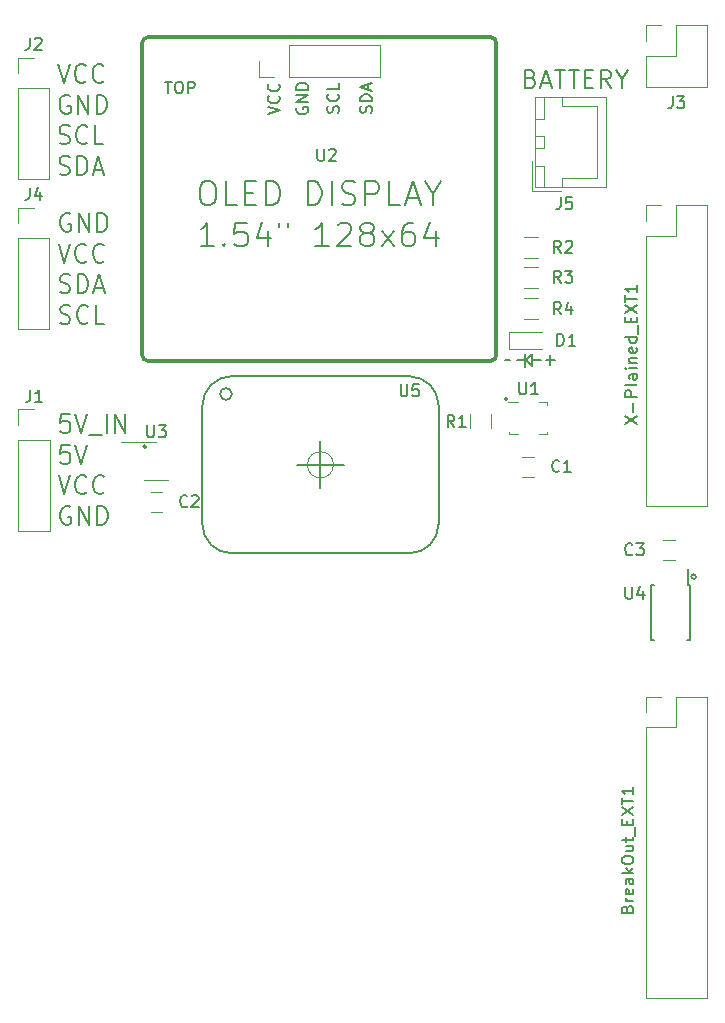
<source format=gbr>
G04 #@! TF.GenerationSoftware,KiCad,Pcbnew,(5.0.0)*
G04 #@! TF.CreationDate,2019-03-25T18:44:15-04:00*
G04 #@! TF.ProjectId,AVR_LCD 2.0,4156525F4C434420322E302E6B696361,rev?*
G04 #@! TF.SameCoordinates,Original*
G04 #@! TF.FileFunction,Legend,Top*
G04 #@! TF.FilePolarity,Positive*
%FSLAX46Y46*%
G04 Gerber Fmt 4.6, Leading zero omitted, Abs format (unit mm)*
G04 Created by KiCad (PCBNEW (5.0.0)) date 03/25/19 18:44:15*
%MOMM*%
%LPD*%
G01*
G04 APERTURE LIST*
%ADD10C,0.200000*%
%ADD11C,0.150000*%
%ADD12C,0.120000*%
%ADD13C,0.100000*%
%ADD14C,0.300000*%
G04 APERTURE END LIST*
D10*
X114230500Y-100468500D02*
G75*
G03X114230500Y-100468500I-190500J0D01*
G01*
X102152800Y-82142400D02*
X102305200Y-82142400D01*
X101898800Y-82548800D02*
X101898800Y-81736000D01*
X101543200Y-82142400D02*
X102152800Y-82142400D01*
X98038000Y-82142400D02*
X98495200Y-82142400D01*
X99765200Y-82701200D02*
X99765200Y-81634400D01*
X100324000Y-82142400D02*
X101086000Y-82142400D01*
X99816000Y-82142400D02*
X99104800Y-82142400D01*
X100324000Y-82650400D02*
X100324000Y-82498000D01*
X99816000Y-82142400D02*
X100324000Y-82650400D01*
X100324000Y-81634400D02*
X99816000Y-82142400D01*
X100324000Y-82548800D02*
X100324000Y-81634400D01*
X100240000Y-58292857D02*
X100454285Y-58364285D01*
X100525714Y-58435714D01*
X100597142Y-58578571D01*
X100597142Y-58792857D01*
X100525714Y-58935714D01*
X100454285Y-59007142D01*
X100311428Y-59078571D01*
X99740000Y-59078571D01*
X99740000Y-57578571D01*
X100240000Y-57578571D01*
X100382857Y-57650000D01*
X100454285Y-57721428D01*
X100525714Y-57864285D01*
X100525714Y-58007142D01*
X100454285Y-58150000D01*
X100382857Y-58221428D01*
X100240000Y-58292857D01*
X99740000Y-58292857D01*
X101168571Y-58650000D02*
X101882857Y-58650000D01*
X101025714Y-59078571D02*
X101525714Y-57578571D01*
X102025714Y-59078571D01*
X102311428Y-57578571D02*
X103168571Y-57578571D01*
X102740000Y-59078571D02*
X102740000Y-57578571D01*
X103454285Y-57578571D02*
X104311428Y-57578571D01*
X103882857Y-59078571D02*
X103882857Y-57578571D01*
X104811428Y-58292857D02*
X105311428Y-58292857D01*
X105525714Y-59078571D02*
X104811428Y-59078571D01*
X104811428Y-57578571D01*
X105525714Y-57578571D01*
X107025714Y-59078571D02*
X106525714Y-58364285D01*
X106168571Y-59078571D02*
X106168571Y-57578571D01*
X106740000Y-57578571D01*
X106882857Y-57650000D01*
X106954285Y-57721428D01*
X107025714Y-57864285D01*
X107025714Y-58078571D01*
X106954285Y-58221428D01*
X106882857Y-58292857D01*
X106740000Y-58364285D01*
X106168571Y-58364285D01*
X107954285Y-58364285D02*
X107954285Y-59078571D01*
X107454285Y-57578571D02*
X107954285Y-58364285D01*
X108454285Y-57578571D01*
X61196228Y-86692609D02*
X60481942Y-86692609D01*
X60410514Y-87454514D01*
X60481942Y-87378323D01*
X60624800Y-87302133D01*
X60981942Y-87302133D01*
X61124800Y-87378323D01*
X61196228Y-87454514D01*
X61267657Y-87606895D01*
X61267657Y-87987847D01*
X61196228Y-88140228D01*
X61124800Y-88216419D01*
X60981942Y-88292609D01*
X60624800Y-88292609D01*
X60481942Y-88216419D01*
X60410514Y-88140228D01*
X61696228Y-86692609D02*
X62196228Y-88292609D01*
X62696228Y-86692609D01*
X62839085Y-88444990D02*
X63981942Y-88444990D01*
X64339085Y-88292609D02*
X64339085Y-86692609D01*
X65053371Y-88292609D02*
X65053371Y-86692609D01*
X65910514Y-88292609D01*
X65910514Y-86692609D01*
X61196228Y-89292609D02*
X60481942Y-89292609D01*
X60410514Y-90054514D01*
X60481942Y-89978323D01*
X60624800Y-89902133D01*
X60981942Y-89902133D01*
X61124800Y-89978323D01*
X61196228Y-90054514D01*
X61267657Y-90206895D01*
X61267657Y-90587847D01*
X61196228Y-90740228D01*
X61124800Y-90816419D01*
X60981942Y-90892609D01*
X60624800Y-90892609D01*
X60481942Y-90816419D01*
X60410514Y-90740228D01*
X61696228Y-89292609D02*
X62196228Y-90892609D01*
X62696228Y-89292609D01*
X60267657Y-91892609D02*
X60767657Y-93492609D01*
X61267657Y-91892609D01*
X62624800Y-93340228D02*
X62553371Y-93416419D01*
X62339085Y-93492609D01*
X62196228Y-93492609D01*
X61981942Y-93416419D01*
X61839085Y-93264038D01*
X61767657Y-93111657D01*
X61696228Y-92806895D01*
X61696228Y-92578323D01*
X61767657Y-92273561D01*
X61839085Y-92121180D01*
X61981942Y-91968800D01*
X62196228Y-91892609D01*
X62339085Y-91892609D01*
X62553371Y-91968800D01*
X62624800Y-92044990D01*
X64124800Y-93340228D02*
X64053371Y-93416419D01*
X63839085Y-93492609D01*
X63696228Y-93492609D01*
X63481942Y-93416419D01*
X63339085Y-93264038D01*
X63267657Y-93111657D01*
X63196228Y-92806895D01*
X63196228Y-92578323D01*
X63267657Y-92273561D01*
X63339085Y-92121180D01*
X63481942Y-91968800D01*
X63696228Y-91892609D01*
X63839085Y-91892609D01*
X64053371Y-91968800D01*
X64124800Y-92044990D01*
X61267657Y-94568800D02*
X61124800Y-94492609D01*
X60910514Y-94492609D01*
X60696228Y-94568800D01*
X60553371Y-94721180D01*
X60481942Y-94873561D01*
X60410514Y-95178323D01*
X60410514Y-95406895D01*
X60481942Y-95711657D01*
X60553371Y-95864038D01*
X60696228Y-96016419D01*
X60910514Y-96092609D01*
X61053371Y-96092609D01*
X61267657Y-96016419D01*
X61339085Y-95940228D01*
X61339085Y-95406895D01*
X61053371Y-95406895D01*
X61981942Y-96092609D02*
X61981942Y-94492609D01*
X62839085Y-96092609D01*
X62839085Y-94492609D01*
X63553371Y-96092609D02*
X63553371Y-94492609D01*
X63910514Y-94492609D01*
X64124800Y-94568800D01*
X64267657Y-94721180D01*
X64339085Y-94873561D01*
X64410514Y-95178323D01*
X64410514Y-95406895D01*
X64339085Y-95711657D01*
X64267657Y-95864038D01*
X64124800Y-96016419D01*
X63910514Y-96092609D01*
X63553371Y-96092609D01*
X67716114Y-89457600D02*
G75*
G03X67716114Y-89457600I-158114J0D01*
G01*
X61262857Y-69750000D02*
X61120000Y-69673809D01*
X60905714Y-69673809D01*
X60691428Y-69750000D01*
X60548571Y-69902380D01*
X60477142Y-70054761D01*
X60405714Y-70359523D01*
X60405714Y-70588095D01*
X60477142Y-70892857D01*
X60548571Y-71045238D01*
X60691428Y-71197619D01*
X60905714Y-71273809D01*
X61048571Y-71273809D01*
X61262857Y-71197619D01*
X61334285Y-71121428D01*
X61334285Y-70588095D01*
X61048571Y-70588095D01*
X61977142Y-71273809D02*
X61977142Y-69673809D01*
X62834285Y-71273809D01*
X62834285Y-69673809D01*
X63548571Y-71273809D02*
X63548571Y-69673809D01*
X63905714Y-69673809D01*
X64120000Y-69750000D01*
X64262857Y-69902380D01*
X64334285Y-70054761D01*
X64405714Y-70359523D01*
X64405714Y-70588095D01*
X64334285Y-70892857D01*
X64262857Y-71045238D01*
X64120000Y-71197619D01*
X63905714Y-71273809D01*
X63548571Y-71273809D01*
X60262857Y-72273809D02*
X60762857Y-73873809D01*
X61262857Y-72273809D01*
X62620000Y-73721428D02*
X62548571Y-73797619D01*
X62334285Y-73873809D01*
X62191428Y-73873809D01*
X61977142Y-73797619D01*
X61834285Y-73645238D01*
X61762857Y-73492857D01*
X61691428Y-73188095D01*
X61691428Y-72959523D01*
X61762857Y-72654761D01*
X61834285Y-72502380D01*
X61977142Y-72350000D01*
X62191428Y-72273809D01*
X62334285Y-72273809D01*
X62548571Y-72350000D01*
X62620000Y-72426190D01*
X64120000Y-73721428D02*
X64048571Y-73797619D01*
X63834285Y-73873809D01*
X63691428Y-73873809D01*
X63477142Y-73797619D01*
X63334285Y-73645238D01*
X63262857Y-73492857D01*
X63191428Y-73188095D01*
X63191428Y-72959523D01*
X63262857Y-72654761D01*
X63334285Y-72502380D01*
X63477142Y-72350000D01*
X63691428Y-72273809D01*
X63834285Y-72273809D01*
X64048571Y-72350000D01*
X64120000Y-72426190D01*
X60405714Y-76397619D02*
X60620000Y-76473809D01*
X60977142Y-76473809D01*
X61120000Y-76397619D01*
X61191428Y-76321428D01*
X61262857Y-76169047D01*
X61262857Y-76016666D01*
X61191428Y-75864285D01*
X61120000Y-75788095D01*
X60977142Y-75711904D01*
X60691428Y-75635714D01*
X60548571Y-75559523D01*
X60477142Y-75483333D01*
X60405714Y-75330952D01*
X60405714Y-75178571D01*
X60477142Y-75026190D01*
X60548571Y-74950000D01*
X60691428Y-74873809D01*
X61048571Y-74873809D01*
X61262857Y-74950000D01*
X61905714Y-76473809D02*
X61905714Y-74873809D01*
X62262857Y-74873809D01*
X62477142Y-74950000D01*
X62620000Y-75102380D01*
X62691428Y-75254761D01*
X62762857Y-75559523D01*
X62762857Y-75788095D01*
X62691428Y-76092857D01*
X62620000Y-76245238D01*
X62477142Y-76397619D01*
X62262857Y-76473809D01*
X61905714Y-76473809D01*
X63334285Y-76016666D02*
X64048571Y-76016666D01*
X63191428Y-76473809D02*
X63691428Y-74873809D01*
X64191428Y-76473809D01*
X60405714Y-78997619D02*
X60620000Y-79073809D01*
X60977142Y-79073809D01*
X61120000Y-78997619D01*
X61191428Y-78921428D01*
X61262857Y-78769047D01*
X61262857Y-78616666D01*
X61191428Y-78464285D01*
X61120000Y-78388095D01*
X60977142Y-78311904D01*
X60691428Y-78235714D01*
X60548571Y-78159523D01*
X60477142Y-78083333D01*
X60405714Y-77930952D01*
X60405714Y-77778571D01*
X60477142Y-77626190D01*
X60548571Y-77550000D01*
X60691428Y-77473809D01*
X61048571Y-77473809D01*
X61262857Y-77550000D01*
X62762857Y-78921428D02*
X62691428Y-78997619D01*
X62477142Y-79073809D01*
X62334285Y-79073809D01*
X62120000Y-78997619D01*
X61977142Y-78845238D01*
X61905714Y-78692857D01*
X61834285Y-78388095D01*
X61834285Y-78159523D01*
X61905714Y-77854761D01*
X61977142Y-77702380D01*
X62120000Y-77550000D01*
X62334285Y-77473809D01*
X62477142Y-77473809D01*
X62691428Y-77550000D01*
X62762857Y-77626190D01*
X64120000Y-79073809D02*
X63405714Y-79073809D01*
X63405714Y-77473809D01*
X60212857Y-57073809D02*
X60712857Y-58673809D01*
X61212857Y-57073809D01*
X62570000Y-58521428D02*
X62498571Y-58597619D01*
X62284285Y-58673809D01*
X62141428Y-58673809D01*
X61927142Y-58597619D01*
X61784285Y-58445238D01*
X61712857Y-58292857D01*
X61641428Y-57988095D01*
X61641428Y-57759523D01*
X61712857Y-57454761D01*
X61784285Y-57302380D01*
X61927142Y-57150000D01*
X62141428Y-57073809D01*
X62284285Y-57073809D01*
X62498571Y-57150000D01*
X62570000Y-57226190D01*
X64070000Y-58521428D02*
X63998571Y-58597619D01*
X63784285Y-58673809D01*
X63641428Y-58673809D01*
X63427142Y-58597619D01*
X63284285Y-58445238D01*
X63212857Y-58292857D01*
X63141428Y-57988095D01*
X63141428Y-57759523D01*
X63212857Y-57454761D01*
X63284285Y-57302380D01*
X63427142Y-57150000D01*
X63641428Y-57073809D01*
X63784285Y-57073809D01*
X63998571Y-57150000D01*
X64070000Y-57226190D01*
X61212857Y-59750000D02*
X61070000Y-59673809D01*
X60855714Y-59673809D01*
X60641428Y-59750000D01*
X60498571Y-59902380D01*
X60427142Y-60054761D01*
X60355714Y-60359523D01*
X60355714Y-60588095D01*
X60427142Y-60892857D01*
X60498571Y-61045238D01*
X60641428Y-61197619D01*
X60855714Y-61273809D01*
X60998571Y-61273809D01*
X61212857Y-61197619D01*
X61284285Y-61121428D01*
X61284285Y-60588095D01*
X60998571Y-60588095D01*
X61927142Y-61273809D02*
X61927142Y-59673809D01*
X62784285Y-61273809D01*
X62784285Y-59673809D01*
X63498571Y-61273809D02*
X63498571Y-59673809D01*
X63855714Y-59673809D01*
X64070000Y-59750000D01*
X64212857Y-59902380D01*
X64284285Y-60054761D01*
X64355714Y-60359523D01*
X64355714Y-60588095D01*
X64284285Y-60892857D01*
X64212857Y-61045238D01*
X64070000Y-61197619D01*
X63855714Y-61273809D01*
X63498571Y-61273809D01*
X60355714Y-63797619D02*
X60570000Y-63873809D01*
X60927142Y-63873809D01*
X61070000Y-63797619D01*
X61141428Y-63721428D01*
X61212857Y-63569047D01*
X61212857Y-63416666D01*
X61141428Y-63264285D01*
X61070000Y-63188095D01*
X60927142Y-63111904D01*
X60641428Y-63035714D01*
X60498571Y-62959523D01*
X60427142Y-62883333D01*
X60355714Y-62730952D01*
X60355714Y-62578571D01*
X60427142Y-62426190D01*
X60498571Y-62350000D01*
X60641428Y-62273809D01*
X60998571Y-62273809D01*
X61212857Y-62350000D01*
X62712857Y-63721428D02*
X62641428Y-63797619D01*
X62427142Y-63873809D01*
X62284285Y-63873809D01*
X62070000Y-63797619D01*
X61927142Y-63645238D01*
X61855714Y-63492857D01*
X61784285Y-63188095D01*
X61784285Y-62959523D01*
X61855714Y-62654761D01*
X61927142Y-62502380D01*
X62070000Y-62350000D01*
X62284285Y-62273809D01*
X62427142Y-62273809D01*
X62641428Y-62350000D01*
X62712857Y-62426190D01*
X64070000Y-63873809D02*
X63355714Y-63873809D01*
X63355714Y-62273809D01*
X60355714Y-66397619D02*
X60570000Y-66473809D01*
X60927142Y-66473809D01*
X61070000Y-66397619D01*
X61141428Y-66321428D01*
X61212857Y-66169047D01*
X61212857Y-66016666D01*
X61141428Y-65864285D01*
X61070000Y-65788095D01*
X60927142Y-65711904D01*
X60641428Y-65635714D01*
X60498571Y-65559523D01*
X60427142Y-65483333D01*
X60355714Y-65330952D01*
X60355714Y-65178571D01*
X60427142Y-65026190D01*
X60498571Y-64950000D01*
X60641428Y-64873809D01*
X60998571Y-64873809D01*
X61212857Y-64950000D01*
X61855714Y-66473809D02*
X61855714Y-64873809D01*
X62212857Y-64873809D01*
X62427142Y-64950000D01*
X62570000Y-65102380D01*
X62641428Y-65254761D01*
X62712857Y-65559523D01*
X62712857Y-65788095D01*
X62641428Y-66092857D01*
X62570000Y-66245238D01*
X62427142Y-66397619D01*
X62212857Y-66473809D01*
X61855714Y-66473809D01*
X63284285Y-66016666D02*
X63998571Y-66016666D01*
X63141428Y-66473809D02*
X63641428Y-64873809D01*
X64141428Y-66473809D01*
D11*
X98256500Y-85434500D02*
G75*
G03X98256500Y-85434500I-127000J0D01*
G01*
D12*
G04 #@! TO.C,BreakOut_EXT1*
X109970000Y-110620000D02*
X111300000Y-110620000D01*
X109970000Y-111950000D02*
X109970000Y-110620000D01*
X112570000Y-110620000D02*
X115170000Y-110620000D01*
X112570000Y-113220000D02*
X112570000Y-110620000D01*
X109970000Y-113220000D02*
X112570000Y-113220000D01*
X115170000Y-110620000D02*
X115170000Y-136140000D01*
X109970000Y-113220000D02*
X109970000Y-136140000D01*
X109970000Y-136140000D02*
X115170000Y-136140000D01*
G04 #@! TO.C,C1*
X99534000Y-91999500D02*
X100534000Y-91999500D01*
X100534000Y-90299500D02*
X99534000Y-90299500D01*
G04 #@! TO.C,C2*
X68053200Y-94988000D02*
X69053200Y-94988000D01*
X69053200Y-93288000D02*
X68053200Y-93288000D01*
G04 #@! TO.C,C3*
X112424000Y-97357000D02*
X111424000Y-97357000D01*
X111424000Y-99057000D02*
X112424000Y-99057000D01*
G04 #@! TO.C,D1*
X98425000Y-79764000D02*
X101225000Y-79764000D01*
X98425000Y-81164000D02*
X101225000Y-81164000D01*
X98425000Y-79764000D02*
X98425000Y-81164000D01*
G04 #@! TO.C,J1*
X56864800Y-86298800D02*
X58194800Y-86298800D01*
X56864800Y-87628800D02*
X56864800Y-86298800D01*
X56864800Y-88898800D02*
X59524800Y-88898800D01*
X59524800Y-88898800D02*
X59524800Y-96578800D01*
X56864800Y-88898800D02*
X56864800Y-96578800D01*
X56864800Y-96578800D02*
X59524800Y-96578800D01*
G04 #@! TO.C,J2*
X56830000Y-56530000D02*
X58160000Y-56530000D01*
X56830000Y-57860000D02*
X56830000Y-56530000D01*
X56830000Y-59130000D02*
X59490000Y-59130000D01*
X59490000Y-59130000D02*
X59490000Y-66810000D01*
X56830000Y-59130000D02*
X56830000Y-66810000D01*
X56830000Y-66810000D02*
X59490000Y-66810000D01*
G04 #@! TO.C,J3*
X109970000Y-53780000D02*
X111300000Y-53780000D01*
X109970000Y-55110000D02*
X109970000Y-53780000D01*
X112570000Y-53780000D02*
X115170000Y-53780000D01*
X112570000Y-56380000D02*
X112570000Y-53780000D01*
X109970000Y-56380000D02*
X112570000Y-56380000D01*
X115170000Y-53780000D02*
X115170000Y-58980000D01*
X109970000Y-56380000D02*
X109970000Y-58980000D01*
X109970000Y-58980000D02*
X115170000Y-58980000D01*
G04 #@! TO.C,J4*
X56830000Y-79510000D02*
X59490000Y-79510000D01*
X56830000Y-71830000D02*
X56830000Y-79510000D01*
X59490000Y-71830000D02*
X59490000Y-79510000D01*
X56830000Y-71830000D02*
X59490000Y-71830000D01*
X56830000Y-70560000D02*
X56830000Y-69230000D01*
X56830000Y-69230000D02*
X58160000Y-69230000D01*
G04 #@! TO.C,J5*
X100340000Y-67800000D02*
X102840000Y-67800000D01*
X100340000Y-65300000D02*
X100340000Y-67800000D01*
X105840000Y-60650000D02*
X105840000Y-63700000D01*
X102890000Y-60650000D02*
X105840000Y-60650000D01*
X102890000Y-59900000D02*
X102890000Y-60650000D01*
X105840000Y-66750000D02*
X105840000Y-63700000D01*
X102890000Y-66750000D02*
X105840000Y-66750000D01*
X102890000Y-67500000D02*
X102890000Y-66750000D01*
X100640000Y-59900000D02*
X100640000Y-61700000D01*
X101390000Y-59900000D02*
X100640000Y-59900000D01*
X101390000Y-61700000D02*
X101390000Y-59900000D01*
X100640000Y-61700000D02*
X101390000Y-61700000D01*
X100640000Y-65700000D02*
X100640000Y-67500000D01*
X101390000Y-65700000D02*
X100640000Y-65700000D01*
X101390000Y-67500000D02*
X101390000Y-65700000D01*
X100640000Y-67500000D02*
X101390000Y-67500000D01*
X100640000Y-63200000D02*
X100640000Y-64200000D01*
X101390000Y-63200000D02*
X100640000Y-63200000D01*
X101390000Y-64200000D02*
X101390000Y-63200000D01*
X100640000Y-64200000D02*
X101390000Y-64200000D01*
X100640000Y-59900000D02*
X100640000Y-67500000D01*
X106590000Y-59900000D02*
X100640000Y-59900000D01*
X106590000Y-67500000D02*
X106590000Y-59900000D01*
X100640000Y-67500000D02*
X106590000Y-67500000D01*
G04 #@! TO.C,R1*
X95090500Y-87873500D02*
X95090500Y-86673500D01*
X96850500Y-86673500D02*
X96850500Y-87873500D01*
G04 #@! TO.C,R2*
X100843000Y-73470000D02*
X99643000Y-73470000D01*
X99643000Y-71710000D02*
X100843000Y-71710000D01*
G04 #@! TO.C,R3*
X99643000Y-74250000D02*
X100843000Y-74250000D01*
X100843000Y-76010000D02*
X99643000Y-76010000D01*
G04 #@! TO.C,R4*
X100843000Y-78677000D02*
X99643000Y-78677000D01*
X99643000Y-76917000D02*
X100843000Y-76917000D01*
D13*
G04 #@! TO.C,U1*
X101642000Y-85723500D02*
X101642000Y-85943500D01*
X100922000Y-85723500D02*
X101642000Y-85723500D01*
X101642000Y-88423500D02*
X100922000Y-88423500D01*
X101642000Y-88203500D02*
X101642000Y-88423500D01*
X98442000Y-88423500D02*
X98442000Y-88203500D01*
X98442000Y-88423500D02*
X99162000Y-88423500D01*
X98342000Y-85723500D02*
X99162000Y-85723500D01*
D12*
G04 #@! TO.C,U2*
X77210000Y-58130000D02*
X77210000Y-56800000D01*
X78540000Y-58130000D02*
X77210000Y-58130000D01*
X79810000Y-58130000D02*
X79810000Y-55470000D01*
X79810000Y-55470000D02*
X87490000Y-55470000D01*
X79810000Y-58130000D02*
X87490000Y-58130000D01*
X87490000Y-58130000D02*
X87490000Y-55470000D01*
D14*
X78540000Y-54800000D02*
X90240000Y-54800000D01*
X96840000Y-54800000D02*
X90240000Y-54800000D01*
X96840000Y-54800000D02*
G75*
G02X97340000Y-55300000I0J-500000D01*
G01*
X67840000Y-54800000D02*
X78540000Y-54800000D01*
X67340000Y-55300000D02*
G75*
G02X67840000Y-54800000I500000J0D01*
G01*
X82940000Y-82200000D02*
X85140000Y-82200000D01*
X85140000Y-82200000D02*
X85340000Y-82200000D01*
X97340000Y-81700000D02*
G75*
G02X96840000Y-82200000I-500000J0D01*
G01*
X96840000Y-82200000D02*
X86140000Y-82200000D01*
X67840000Y-82200000D02*
G75*
G02X67340000Y-81700000I0J500000D01*
G01*
X67840000Y-82200000D02*
X74440000Y-82200000D01*
X86140000Y-82200000D02*
X74440000Y-82200000D01*
X97340000Y-55300000D02*
X97340000Y-81700000D01*
X67340000Y-81700000D02*
X67340000Y-55300000D01*
D11*
G04 #@! TO.C,U4*
X113592000Y-101216000D02*
X113592000Y-99866000D01*
X110442000Y-101216000D02*
X110442000Y-105866000D01*
X113692000Y-101216000D02*
X113692000Y-105866000D01*
X110442000Y-101216000D02*
X110642000Y-101216000D01*
X110442000Y-105866000D02*
X110642000Y-105866000D01*
X113692000Y-105866000D02*
X113492000Y-105866000D01*
X113692000Y-101216000D02*
X113592000Y-101216000D01*
G04 #@! TO.C,U5*
X74940000Y-85000000D02*
G75*
G03X74940000Y-85000000I-500000J0D01*
G01*
X72440000Y-96000000D02*
X72440000Y-86000000D01*
X89940000Y-98500000D02*
X74940000Y-98500000D01*
X92440000Y-86000000D02*
X92440000Y-96000000D01*
X89940000Y-83500000D02*
X74940000Y-83500000D01*
X89940000Y-83500000D02*
G75*
G02X92440000Y-86000000I0J-2500000D01*
G01*
X92440000Y-96000000D02*
G75*
G02X89940000Y-98500000I-2500000J0D01*
G01*
X74940000Y-98500000D02*
G75*
G02X72440000Y-96000000I0J2500000D01*
G01*
X72440000Y-86000000D02*
G75*
G02X74940000Y-83500000I2500000J0D01*
G01*
D10*
X84440000Y-91000000D02*
X80440000Y-91000000D01*
X82440000Y-89000000D02*
X82440000Y-93000000D01*
D13*
X83541136Y-91000000D02*
G75*
G03X83541136Y-91000000I-1101136J0D01*
G01*
D12*
G04 #@! TO.C,X-Plained_EXT1*
X109970000Y-94530000D02*
X115170000Y-94530000D01*
X109970000Y-71610000D02*
X109970000Y-94530000D01*
X115170000Y-69010000D02*
X115170000Y-94530000D01*
X109970000Y-71610000D02*
X112570000Y-71610000D01*
X112570000Y-71610000D02*
X112570000Y-69010000D01*
X112570000Y-69010000D02*
X115170000Y-69010000D01*
X109970000Y-70340000D02*
X109970000Y-69010000D01*
X109970000Y-69010000D02*
X111300000Y-69010000D01*
G04 #@! TO.C,U3*
X68542200Y-89090000D02*
X65542200Y-89090000D01*
X69542200Y-92330000D02*
X67542200Y-92330000D01*
G04 #@! TO.C,BreakOut_EXT1*
D11*
X108418571Y-128602380D02*
X108466190Y-128459523D01*
X108513809Y-128411904D01*
X108609047Y-128364285D01*
X108751904Y-128364285D01*
X108847142Y-128411904D01*
X108894761Y-128459523D01*
X108942380Y-128554761D01*
X108942380Y-128935714D01*
X107942380Y-128935714D01*
X107942380Y-128602380D01*
X107990000Y-128507142D01*
X108037619Y-128459523D01*
X108132857Y-128411904D01*
X108228095Y-128411904D01*
X108323333Y-128459523D01*
X108370952Y-128507142D01*
X108418571Y-128602380D01*
X108418571Y-128935714D01*
X108942380Y-127935714D02*
X108275714Y-127935714D01*
X108466190Y-127935714D02*
X108370952Y-127888095D01*
X108323333Y-127840476D01*
X108275714Y-127745238D01*
X108275714Y-127650000D01*
X108894761Y-126935714D02*
X108942380Y-127030952D01*
X108942380Y-127221428D01*
X108894761Y-127316666D01*
X108799523Y-127364285D01*
X108418571Y-127364285D01*
X108323333Y-127316666D01*
X108275714Y-127221428D01*
X108275714Y-127030952D01*
X108323333Y-126935714D01*
X108418571Y-126888095D01*
X108513809Y-126888095D01*
X108609047Y-127364285D01*
X108942380Y-126030952D02*
X108418571Y-126030952D01*
X108323333Y-126078571D01*
X108275714Y-126173809D01*
X108275714Y-126364285D01*
X108323333Y-126459523D01*
X108894761Y-126030952D02*
X108942380Y-126126190D01*
X108942380Y-126364285D01*
X108894761Y-126459523D01*
X108799523Y-126507142D01*
X108704285Y-126507142D01*
X108609047Y-126459523D01*
X108561428Y-126364285D01*
X108561428Y-126126190D01*
X108513809Y-126030952D01*
X108942380Y-125554761D02*
X107942380Y-125554761D01*
X108561428Y-125459523D02*
X108942380Y-125173809D01*
X108275714Y-125173809D02*
X108656666Y-125554761D01*
X107942380Y-124554761D02*
X107942380Y-124364285D01*
X107990000Y-124269047D01*
X108085238Y-124173809D01*
X108275714Y-124126190D01*
X108609047Y-124126190D01*
X108799523Y-124173809D01*
X108894761Y-124269047D01*
X108942380Y-124364285D01*
X108942380Y-124554761D01*
X108894761Y-124650000D01*
X108799523Y-124745238D01*
X108609047Y-124792857D01*
X108275714Y-124792857D01*
X108085238Y-124745238D01*
X107990000Y-124650000D01*
X107942380Y-124554761D01*
X108275714Y-123269047D02*
X108942380Y-123269047D01*
X108275714Y-123697619D02*
X108799523Y-123697619D01*
X108894761Y-123650000D01*
X108942380Y-123554761D01*
X108942380Y-123411904D01*
X108894761Y-123316666D01*
X108847142Y-123269047D01*
X108275714Y-122935714D02*
X108275714Y-122554761D01*
X107942380Y-122792857D02*
X108799523Y-122792857D01*
X108894761Y-122745238D01*
X108942380Y-122650000D01*
X108942380Y-122554761D01*
X109037619Y-122459523D02*
X109037619Y-121697619D01*
X108418571Y-121459523D02*
X108418571Y-121126190D01*
X108942380Y-120983333D02*
X108942380Y-121459523D01*
X107942380Y-121459523D01*
X107942380Y-120983333D01*
X107942380Y-120650000D02*
X108942380Y-119983333D01*
X107942380Y-119983333D02*
X108942380Y-120650000D01*
X107942380Y-119745238D02*
X107942380Y-119173809D01*
X108942380Y-119459523D02*
X107942380Y-119459523D01*
X108942380Y-118316666D02*
X108942380Y-118888095D01*
X108942380Y-118602380D02*
X107942380Y-118602380D01*
X108085238Y-118697619D01*
X108180476Y-118792857D01*
X108228095Y-118888095D01*
G04 #@! TO.C,C1*
X102661333Y-91506642D02*
X102613714Y-91554261D01*
X102470857Y-91601880D01*
X102375619Y-91601880D01*
X102232761Y-91554261D01*
X102137523Y-91459023D01*
X102089904Y-91363785D01*
X102042285Y-91173309D01*
X102042285Y-91030452D01*
X102089904Y-90839976D01*
X102137523Y-90744738D01*
X102232761Y-90649500D01*
X102375619Y-90601880D01*
X102470857Y-90601880D01*
X102613714Y-90649500D01*
X102661333Y-90697119D01*
X103613714Y-91601880D02*
X103042285Y-91601880D01*
X103328000Y-91601880D02*
X103328000Y-90601880D01*
X103232761Y-90744738D01*
X103137523Y-90839976D01*
X103042285Y-90887595D01*
G04 #@! TO.C,C2*
X71164533Y-94495142D02*
X71116914Y-94542761D01*
X70974057Y-94590380D01*
X70878819Y-94590380D01*
X70735961Y-94542761D01*
X70640723Y-94447523D01*
X70593104Y-94352285D01*
X70545485Y-94161809D01*
X70545485Y-94018952D01*
X70593104Y-93828476D01*
X70640723Y-93733238D01*
X70735961Y-93638000D01*
X70878819Y-93590380D01*
X70974057Y-93590380D01*
X71116914Y-93638000D01*
X71164533Y-93685619D01*
X71545485Y-93685619D02*
X71593104Y-93638000D01*
X71688342Y-93590380D01*
X71926438Y-93590380D01*
X72021676Y-93638000D01*
X72069295Y-93685619D01*
X72116914Y-93780857D01*
X72116914Y-93876095D01*
X72069295Y-94018952D01*
X71497866Y-94590380D01*
X72116914Y-94590380D01*
G04 #@! TO.C,C3*
X108852333Y-98564142D02*
X108804714Y-98611761D01*
X108661857Y-98659380D01*
X108566619Y-98659380D01*
X108423761Y-98611761D01*
X108328523Y-98516523D01*
X108280904Y-98421285D01*
X108233285Y-98230809D01*
X108233285Y-98087952D01*
X108280904Y-97897476D01*
X108328523Y-97802238D01*
X108423761Y-97707000D01*
X108566619Y-97659380D01*
X108661857Y-97659380D01*
X108804714Y-97707000D01*
X108852333Y-97754619D01*
X109185666Y-97659380D02*
X109804714Y-97659380D01*
X109471380Y-98040333D01*
X109614238Y-98040333D01*
X109709476Y-98087952D01*
X109757095Y-98135571D01*
X109804714Y-98230809D01*
X109804714Y-98468904D01*
X109757095Y-98564142D01*
X109709476Y-98611761D01*
X109614238Y-98659380D01*
X109328523Y-98659380D01*
X109233285Y-98611761D01*
X109185666Y-98564142D01*
G04 #@! TO.C,D1*
X102491904Y-80916380D02*
X102491904Y-79916380D01*
X102730000Y-79916380D01*
X102872857Y-79964000D01*
X102968095Y-80059238D01*
X103015714Y-80154476D01*
X103063333Y-80344952D01*
X103063333Y-80487809D01*
X103015714Y-80678285D01*
X102968095Y-80773523D01*
X102872857Y-80868761D01*
X102730000Y-80916380D01*
X102491904Y-80916380D01*
X104015714Y-80916380D02*
X103444285Y-80916380D01*
X103730000Y-80916380D02*
X103730000Y-79916380D01*
X103634761Y-80059238D01*
X103539523Y-80154476D01*
X103444285Y-80202095D01*
G04 #@! TO.C,J1*
X57877466Y-84642780D02*
X57877466Y-85357066D01*
X57829847Y-85499923D01*
X57734609Y-85595161D01*
X57591752Y-85642780D01*
X57496514Y-85642780D01*
X58877466Y-85642780D02*
X58306038Y-85642780D01*
X58591752Y-85642780D02*
X58591752Y-84642780D01*
X58496514Y-84785638D01*
X58401276Y-84880876D01*
X58306038Y-84928495D01*
G04 #@! TO.C,J2*
X57826666Y-54852380D02*
X57826666Y-55566666D01*
X57779047Y-55709523D01*
X57683809Y-55804761D01*
X57540952Y-55852380D01*
X57445714Y-55852380D01*
X58255238Y-54947619D02*
X58302857Y-54900000D01*
X58398095Y-54852380D01*
X58636190Y-54852380D01*
X58731428Y-54900000D01*
X58779047Y-54947619D01*
X58826666Y-55042857D01*
X58826666Y-55138095D01*
X58779047Y-55280952D01*
X58207619Y-55852380D01*
X58826666Y-55852380D01*
G04 #@! TO.C,J3*
X112256666Y-59802380D02*
X112256666Y-60516666D01*
X112209047Y-60659523D01*
X112113809Y-60754761D01*
X111970952Y-60802380D01*
X111875714Y-60802380D01*
X112637619Y-59802380D02*
X113256666Y-59802380D01*
X112923333Y-60183333D01*
X113066190Y-60183333D01*
X113161428Y-60230952D01*
X113209047Y-60278571D01*
X113256666Y-60373809D01*
X113256666Y-60611904D01*
X113209047Y-60707142D01*
X113161428Y-60754761D01*
X113066190Y-60802380D01*
X112780476Y-60802380D01*
X112685238Y-60754761D01*
X112637619Y-60707142D01*
G04 #@! TO.C,J4*
X57826666Y-67552380D02*
X57826666Y-68266666D01*
X57779047Y-68409523D01*
X57683809Y-68504761D01*
X57540952Y-68552380D01*
X57445714Y-68552380D01*
X58731428Y-67885714D02*
X58731428Y-68552380D01*
X58493333Y-67504761D02*
X58255238Y-68219047D01*
X58874285Y-68219047D01*
G04 #@! TO.C,J5*
X102766666Y-68352380D02*
X102766666Y-69066666D01*
X102719047Y-69209523D01*
X102623809Y-69304761D01*
X102480952Y-69352380D01*
X102385714Y-69352380D01*
X103719047Y-68352380D02*
X103242857Y-68352380D01*
X103195238Y-68828571D01*
X103242857Y-68780952D01*
X103338095Y-68733333D01*
X103576190Y-68733333D01*
X103671428Y-68780952D01*
X103719047Y-68828571D01*
X103766666Y-68923809D01*
X103766666Y-69161904D01*
X103719047Y-69257142D01*
X103671428Y-69304761D01*
X103576190Y-69352380D01*
X103338095Y-69352380D01*
X103242857Y-69304761D01*
X103195238Y-69257142D01*
G04 #@! TO.C,R1*
X93771833Y-87791880D02*
X93438500Y-87315690D01*
X93200404Y-87791880D02*
X93200404Y-86791880D01*
X93581357Y-86791880D01*
X93676595Y-86839500D01*
X93724214Y-86887119D01*
X93771833Y-86982357D01*
X93771833Y-87125214D01*
X93724214Y-87220452D01*
X93676595Y-87268071D01*
X93581357Y-87315690D01*
X93200404Y-87315690D01*
X94724214Y-87791880D02*
X94152785Y-87791880D01*
X94438500Y-87791880D02*
X94438500Y-86791880D01*
X94343261Y-86934738D01*
X94248023Y-87029976D01*
X94152785Y-87077595D01*
G04 #@! TO.C,R2*
X102809333Y-73042380D02*
X102476000Y-72566190D01*
X102237904Y-73042380D02*
X102237904Y-72042380D01*
X102618857Y-72042380D01*
X102714095Y-72090000D01*
X102761714Y-72137619D01*
X102809333Y-72232857D01*
X102809333Y-72375714D01*
X102761714Y-72470952D01*
X102714095Y-72518571D01*
X102618857Y-72566190D01*
X102237904Y-72566190D01*
X103190285Y-72137619D02*
X103237904Y-72090000D01*
X103333142Y-72042380D01*
X103571238Y-72042380D01*
X103666476Y-72090000D01*
X103714095Y-72137619D01*
X103761714Y-72232857D01*
X103761714Y-72328095D01*
X103714095Y-72470952D01*
X103142666Y-73042380D01*
X103761714Y-73042380D01*
G04 #@! TO.C,R3*
X102809333Y-75582380D02*
X102476000Y-75106190D01*
X102237904Y-75582380D02*
X102237904Y-74582380D01*
X102618857Y-74582380D01*
X102714095Y-74630000D01*
X102761714Y-74677619D01*
X102809333Y-74772857D01*
X102809333Y-74915714D01*
X102761714Y-75010952D01*
X102714095Y-75058571D01*
X102618857Y-75106190D01*
X102237904Y-75106190D01*
X103142666Y-74582380D02*
X103761714Y-74582380D01*
X103428380Y-74963333D01*
X103571238Y-74963333D01*
X103666476Y-75010952D01*
X103714095Y-75058571D01*
X103761714Y-75153809D01*
X103761714Y-75391904D01*
X103714095Y-75487142D01*
X103666476Y-75534761D01*
X103571238Y-75582380D01*
X103285523Y-75582380D01*
X103190285Y-75534761D01*
X103142666Y-75487142D01*
G04 #@! TO.C,R4*
X102809333Y-78249380D02*
X102476000Y-77773190D01*
X102237904Y-78249380D02*
X102237904Y-77249380D01*
X102618857Y-77249380D01*
X102714095Y-77297000D01*
X102761714Y-77344619D01*
X102809333Y-77439857D01*
X102809333Y-77582714D01*
X102761714Y-77677952D01*
X102714095Y-77725571D01*
X102618857Y-77773190D01*
X102237904Y-77773190D01*
X103666476Y-77582714D02*
X103666476Y-78249380D01*
X103428380Y-77201761D02*
X103190285Y-77916047D01*
X103809333Y-77916047D01*
G04 #@! TO.C,U1*
X99280095Y-84025880D02*
X99280095Y-84835404D01*
X99327714Y-84930642D01*
X99375333Y-84978261D01*
X99470571Y-85025880D01*
X99661047Y-85025880D01*
X99756285Y-84978261D01*
X99803904Y-84930642D01*
X99851523Y-84835404D01*
X99851523Y-84025880D01*
X100851523Y-85025880D02*
X100280095Y-85025880D01*
X100565809Y-85025880D02*
X100565809Y-84025880D01*
X100470571Y-84168738D01*
X100375333Y-84263976D01*
X100280095Y-84311595D01*
G04 #@! TO.C,U2*
X82178095Y-64252380D02*
X82178095Y-65061904D01*
X82225714Y-65157142D01*
X82273333Y-65204761D01*
X82368571Y-65252380D01*
X82559047Y-65252380D01*
X82654285Y-65204761D01*
X82701904Y-65157142D01*
X82749523Y-65061904D01*
X82749523Y-64252380D01*
X83178095Y-64347619D02*
X83225714Y-64300000D01*
X83320952Y-64252380D01*
X83559047Y-64252380D01*
X83654285Y-64300000D01*
X83701904Y-64347619D01*
X83749523Y-64442857D01*
X83749523Y-64538095D01*
X83701904Y-64680952D01*
X83130476Y-65252380D01*
X83749523Y-65252380D01*
X69280476Y-58552380D02*
X69851904Y-58552380D01*
X69566190Y-59552380D02*
X69566190Y-58552380D01*
X70375714Y-58552380D02*
X70566190Y-58552380D01*
X70661428Y-58600000D01*
X70756666Y-58695238D01*
X70804285Y-58885714D01*
X70804285Y-59219047D01*
X70756666Y-59409523D01*
X70661428Y-59504761D01*
X70566190Y-59552380D01*
X70375714Y-59552380D01*
X70280476Y-59504761D01*
X70185238Y-59409523D01*
X70137619Y-59219047D01*
X70137619Y-58885714D01*
X70185238Y-58695238D01*
X70280476Y-58600000D01*
X70375714Y-58552380D01*
X71232857Y-59552380D02*
X71232857Y-58552380D01*
X71613809Y-58552380D01*
X71709047Y-58600000D01*
X71756666Y-58647619D01*
X71804285Y-58742857D01*
X71804285Y-58885714D01*
X71756666Y-58980952D01*
X71709047Y-59028571D01*
X71613809Y-59076190D01*
X71232857Y-59076190D01*
X77992380Y-61333333D02*
X78992380Y-61000000D01*
X77992380Y-60666666D01*
X78897142Y-59761904D02*
X78944761Y-59809523D01*
X78992380Y-59952380D01*
X78992380Y-60047619D01*
X78944761Y-60190476D01*
X78849523Y-60285714D01*
X78754285Y-60333333D01*
X78563809Y-60380952D01*
X78420952Y-60380952D01*
X78230476Y-60333333D01*
X78135238Y-60285714D01*
X78040000Y-60190476D01*
X77992380Y-60047619D01*
X77992380Y-59952380D01*
X78040000Y-59809523D01*
X78087619Y-59761904D01*
X78897142Y-58761904D02*
X78944761Y-58809523D01*
X78992380Y-58952380D01*
X78992380Y-59047619D01*
X78944761Y-59190476D01*
X78849523Y-59285714D01*
X78754285Y-59333333D01*
X78563809Y-59380952D01*
X78420952Y-59380952D01*
X78230476Y-59333333D01*
X78135238Y-59285714D01*
X78040000Y-59190476D01*
X77992380Y-59047619D01*
X77992380Y-58952380D01*
X78040000Y-58809523D01*
X78087619Y-58761904D01*
X80440000Y-60761904D02*
X80392380Y-60857142D01*
X80392380Y-61000000D01*
X80440000Y-61142857D01*
X80535238Y-61238095D01*
X80630476Y-61285714D01*
X80820952Y-61333333D01*
X80963809Y-61333333D01*
X81154285Y-61285714D01*
X81249523Y-61238095D01*
X81344761Y-61142857D01*
X81392380Y-61000000D01*
X81392380Y-60904761D01*
X81344761Y-60761904D01*
X81297142Y-60714285D01*
X80963809Y-60714285D01*
X80963809Y-60904761D01*
X81392380Y-60285714D02*
X80392380Y-60285714D01*
X81392380Y-59714285D01*
X80392380Y-59714285D01*
X81392380Y-59238095D02*
X80392380Y-59238095D01*
X80392380Y-59000000D01*
X80440000Y-58857142D01*
X80535238Y-58761904D01*
X80630476Y-58714285D01*
X80820952Y-58666666D01*
X80963809Y-58666666D01*
X81154285Y-58714285D01*
X81249523Y-58761904D01*
X81344761Y-58857142D01*
X81392380Y-59000000D01*
X81392380Y-59238095D01*
X83944761Y-61190476D02*
X83992380Y-61047619D01*
X83992380Y-60809523D01*
X83944761Y-60714285D01*
X83897142Y-60666666D01*
X83801904Y-60619047D01*
X83706666Y-60619047D01*
X83611428Y-60666666D01*
X83563809Y-60714285D01*
X83516190Y-60809523D01*
X83468571Y-61000000D01*
X83420952Y-61095238D01*
X83373333Y-61142857D01*
X83278095Y-61190476D01*
X83182857Y-61190476D01*
X83087619Y-61142857D01*
X83040000Y-61095238D01*
X82992380Y-61000000D01*
X82992380Y-60761904D01*
X83040000Y-60619047D01*
X83897142Y-59619047D02*
X83944761Y-59666666D01*
X83992380Y-59809523D01*
X83992380Y-59904761D01*
X83944761Y-60047619D01*
X83849523Y-60142857D01*
X83754285Y-60190476D01*
X83563809Y-60238095D01*
X83420952Y-60238095D01*
X83230476Y-60190476D01*
X83135238Y-60142857D01*
X83040000Y-60047619D01*
X82992380Y-59904761D01*
X82992380Y-59809523D01*
X83040000Y-59666666D01*
X83087619Y-59619047D01*
X83992380Y-58714285D02*
X83992380Y-59190476D01*
X82992380Y-59190476D01*
X86744761Y-61214285D02*
X86792380Y-61071428D01*
X86792380Y-60833333D01*
X86744761Y-60738095D01*
X86697142Y-60690476D01*
X86601904Y-60642857D01*
X86506666Y-60642857D01*
X86411428Y-60690476D01*
X86363809Y-60738095D01*
X86316190Y-60833333D01*
X86268571Y-61023809D01*
X86220952Y-61119047D01*
X86173333Y-61166666D01*
X86078095Y-61214285D01*
X85982857Y-61214285D01*
X85887619Y-61166666D01*
X85840000Y-61119047D01*
X85792380Y-61023809D01*
X85792380Y-60785714D01*
X85840000Y-60642857D01*
X86792380Y-60214285D02*
X85792380Y-60214285D01*
X85792380Y-59976190D01*
X85840000Y-59833333D01*
X85935238Y-59738095D01*
X86030476Y-59690476D01*
X86220952Y-59642857D01*
X86363809Y-59642857D01*
X86554285Y-59690476D01*
X86649523Y-59738095D01*
X86744761Y-59833333D01*
X86792380Y-59976190D01*
X86792380Y-60214285D01*
X86506666Y-59261904D02*
X86506666Y-58785714D01*
X86792380Y-59357142D02*
X85792380Y-59023809D01*
X86792380Y-58690476D01*
X72720952Y-67004761D02*
X73101904Y-67004761D01*
X73292380Y-67100000D01*
X73482857Y-67290476D01*
X73578095Y-67671428D01*
X73578095Y-68338095D01*
X73482857Y-68719047D01*
X73292380Y-68909523D01*
X73101904Y-69004761D01*
X72720952Y-69004761D01*
X72530476Y-68909523D01*
X72340000Y-68719047D01*
X72244761Y-68338095D01*
X72244761Y-67671428D01*
X72340000Y-67290476D01*
X72530476Y-67100000D01*
X72720952Y-67004761D01*
X75387619Y-69004761D02*
X74435238Y-69004761D01*
X74435238Y-67004761D01*
X76054285Y-67957142D02*
X76720952Y-67957142D01*
X77006666Y-69004761D02*
X76054285Y-69004761D01*
X76054285Y-67004761D01*
X77006666Y-67004761D01*
X77863809Y-69004761D02*
X77863809Y-67004761D01*
X78340000Y-67004761D01*
X78625714Y-67100000D01*
X78816190Y-67290476D01*
X78911428Y-67480952D01*
X79006666Y-67861904D01*
X79006666Y-68147619D01*
X78911428Y-68528571D01*
X78816190Y-68719047D01*
X78625714Y-68909523D01*
X78340000Y-69004761D01*
X77863809Y-69004761D01*
X81387619Y-69004761D02*
X81387619Y-67004761D01*
X81863809Y-67004761D01*
X82149523Y-67100000D01*
X82340000Y-67290476D01*
X82435238Y-67480952D01*
X82530476Y-67861904D01*
X82530476Y-68147619D01*
X82435238Y-68528571D01*
X82340000Y-68719047D01*
X82149523Y-68909523D01*
X81863809Y-69004761D01*
X81387619Y-69004761D01*
X83387619Y-69004761D02*
X83387619Y-67004761D01*
X84244761Y-68909523D02*
X84530476Y-69004761D01*
X85006666Y-69004761D01*
X85197142Y-68909523D01*
X85292380Y-68814285D01*
X85387619Y-68623809D01*
X85387619Y-68433333D01*
X85292380Y-68242857D01*
X85197142Y-68147619D01*
X85006666Y-68052380D01*
X84625714Y-67957142D01*
X84435238Y-67861904D01*
X84340000Y-67766666D01*
X84244761Y-67576190D01*
X84244761Y-67385714D01*
X84340000Y-67195238D01*
X84435238Y-67100000D01*
X84625714Y-67004761D01*
X85101904Y-67004761D01*
X85387619Y-67100000D01*
X86244761Y-69004761D02*
X86244761Y-67004761D01*
X87006666Y-67004761D01*
X87197142Y-67100000D01*
X87292380Y-67195238D01*
X87387619Y-67385714D01*
X87387619Y-67671428D01*
X87292380Y-67861904D01*
X87197142Y-67957142D01*
X87006666Y-68052380D01*
X86244761Y-68052380D01*
X89197142Y-69004761D02*
X88244761Y-69004761D01*
X88244761Y-67004761D01*
X89768571Y-68433333D02*
X90720952Y-68433333D01*
X89578095Y-69004761D02*
X90244761Y-67004761D01*
X90911428Y-69004761D01*
X91959047Y-68052380D02*
X91959047Y-69004761D01*
X91292380Y-67004761D02*
X91959047Y-68052380D01*
X92625714Y-67004761D01*
X73435238Y-72504761D02*
X72292380Y-72504761D01*
X72863809Y-72504761D02*
X72863809Y-70504761D01*
X72673333Y-70790476D01*
X72482857Y-70980952D01*
X72292380Y-71076190D01*
X74292380Y-72314285D02*
X74387619Y-72409523D01*
X74292380Y-72504761D01*
X74197142Y-72409523D01*
X74292380Y-72314285D01*
X74292380Y-72504761D01*
X76197142Y-70504761D02*
X75244761Y-70504761D01*
X75149523Y-71457142D01*
X75244761Y-71361904D01*
X75435238Y-71266666D01*
X75911428Y-71266666D01*
X76101904Y-71361904D01*
X76197142Y-71457142D01*
X76292380Y-71647619D01*
X76292380Y-72123809D01*
X76197142Y-72314285D01*
X76101904Y-72409523D01*
X75911428Y-72504761D01*
X75435238Y-72504761D01*
X75244761Y-72409523D01*
X75149523Y-72314285D01*
X78006666Y-71171428D02*
X78006666Y-72504761D01*
X77530476Y-70409523D02*
X77054285Y-71838095D01*
X78292380Y-71838095D01*
X78959047Y-70504761D02*
X78959047Y-70885714D01*
X79720952Y-70504761D02*
X79720952Y-70885714D01*
X83149523Y-72504761D02*
X82006666Y-72504761D01*
X82578095Y-72504761D02*
X82578095Y-70504761D01*
X82387619Y-70790476D01*
X82197142Y-70980952D01*
X82006666Y-71076190D01*
X83911428Y-70695238D02*
X84006666Y-70600000D01*
X84197142Y-70504761D01*
X84673333Y-70504761D01*
X84863809Y-70600000D01*
X84959047Y-70695238D01*
X85054285Y-70885714D01*
X85054285Y-71076190D01*
X84959047Y-71361904D01*
X83816190Y-72504761D01*
X85054285Y-72504761D01*
X86197142Y-71361904D02*
X86006666Y-71266666D01*
X85911428Y-71171428D01*
X85816190Y-70980952D01*
X85816190Y-70885714D01*
X85911428Y-70695238D01*
X86006666Y-70600000D01*
X86197142Y-70504761D01*
X86578095Y-70504761D01*
X86768571Y-70600000D01*
X86863809Y-70695238D01*
X86959047Y-70885714D01*
X86959047Y-70980952D01*
X86863809Y-71171428D01*
X86768571Y-71266666D01*
X86578095Y-71361904D01*
X86197142Y-71361904D01*
X86006666Y-71457142D01*
X85911428Y-71552380D01*
X85816190Y-71742857D01*
X85816190Y-72123809D01*
X85911428Y-72314285D01*
X86006666Y-72409523D01*
X86197142Y-72504761D01*
X86578095Y-72504761D01*
X86768571Y-72409523D01*
X86863809Y-72314285D01*
X86959047Y-72123809D01*
X86959047Y-71742857D01*
X86863809Y-71552380D01*
X86768571Y-71457142D01*
X86578095Y-71361904D01*
X87625714Y-72504761D02*
X88673333Y-71171428D01*
X87625714Y-71171428D02*
X88673333Y-72504761D01*
X90292380Y-70504761D02*
X89911428Y-70504761D01*
X89720952Y-70600000D01*
X89625714Y-70695238D01*
X89435238Y-70980952D01*
X89340000Y-71361904D01*
X89340000Y-72123809D01*
X89435238Y-72314285D01*
X89530476Y-72409523D01*
X89720952Y-72504761D01*
X90101904Y-72504761D01*
X90292380Y-72409523D01*
X90387619Y-72314285D01*
X90482857Y-72123809D01*
X90482857Y-71647619D01*
X90387619Y-71457142D01*
X90292380Y-71361904D01*
X90101904Y-71266666D01*
X89720952Y-71266666D01*
X89530476Y-71361904D01*
X89435238Y-71457142D01*
X89340000Y-71647619D01*
X92197142Y-71171428D02*
X92197142Y-72504761D01*
X91720952Y-70409523D02*
X91244761Y-71838095D01*
X92482857Y-71838095D01*
G04 #@! TO.C,U4*
X108257095Y-101342380D02*
X108257095Y-102151904D01*
X108304714Y-102247142D01*
X108352333Y-102294761D01*
X108447571Y-102342380D01*
X108638047Y-102342380D01*
X108733285Y-102294761D01*
X108780904Y-102247142D01*
X108828523Y-102151904D01*
X108828523Y-101342380D01*
X109733285Y-101675714D02*
X109733285Y-102342380D01*
X109495190Y-101294761D02*
X109257095Y-102009047D01*
X109876142Y-102009047D01*
G04 #@! TO.C,U5*
X89228095Y-84202380D02*
X89228095Y-85011904D01*
X89275714Y-85107142D01*
X89323333Y-85154761D01*
X89418571Y-85202380D01*
X89609047Y-85202380D01*
X89704285Y-85154761D01*
X89751904Y-85107142D01*
X89799523Y-85011904D01*
X89799523Y-84202380D01*
X90751904Y-84202380D02*
X90275714Y-84202380D01*
X90228095Y-84678571D01*
X90275714Y-84630952D01*
X90370952Y-84583333D01*
X90609047Y-84583333D01*
X90704285Y-84630952D01*
X90751904Y-84678571D01*
X90799523Y-84773809D01*
X90799523Y-85011904D01*
X90751904Y-85107142D01*
X90704285Y-85154761D01*
X90609047Y-85202380D01*
X90370952Y-85202380D01*
X90275714Y-85154761D01*
X90228095Y-85107142D01*
G04 #@! TO.C,X-Plained_EXT1*
X108242380Y-87554761D02*
X109242380Y-86888095D01*
X108242380Y-86888095D02*
X109242380Y-87554761D01*
X108861428Y-86507142D02*
X108861428Y-85745238D01*
X109242380Y-85269047D02*
X108242380Y-85269047D01*
X108242380Y-84888095D01*
X108290000Y-84792857D01*
X108337619Y-84745238D01*
X108432857Y-84697619D01*
X108575714Y-84697619D01*
X108670952Y-84745238D01*
X108718571Y-84792857D01*
X108766190Y-84888095D01*
X108766190Y-85269047D01*
X109242380Y-84126190D02*
X109194761Y-84221428D01*
X109099523Y-84269047D01*
X108242380Y-84269047D01*
X109242380Y-83316666D02*
X108718571Y-83316666D01*
X108623333Y-83364285D01*
X108575714Y-83459523D01*
X108575714Y-83650000D01*
X108623333Y-83745238D01*
X109194761Y-83316666D02*
X109242380Y-83411904D01*
X109242380Y-83650000D01*
X109194761Y-83745238D01*
X109099523Y-83792857D01*
X109004285Y-83792857D01*
X108909047Y-83745238D01*
X108861428Y-83650000D01*
X108861428Y-83411904D01*
X108813809Y-83316666D01*
X109242380Y-82840476D02*
X108575714Y-82840476D01*
X108242380Y-82840476D02*
X108290000Y-82888095D01*
X108337619Y-82840476D01*
X108290000Y-82792857D01*
X108242380Y-82840476D01*
X108337619Y-82840476D01*
X108575714Y-82364285D02*
X109242380Y-82364285D01*
X108670952Y-82364285D02*
X108623333Y-82316666D01*
X108575714Y-82221428D01*
X108575714Y-82078571D01*
X108623333Y-81983333D01*
X108718571Y-81935714D01*
X109242380Y-81935714D01*
X109194761Y-81078571D02*
X109242380Y-81173809D01*
X109242380Y-81364285D01*
X109194761Y-81459523D01*
X109099523Y-81507142D01*
X108718571Y-81507142D01*
X108623333Y-81459523D01*
X108575714Y-81364285D01*
X108575714Y-81173809D01*
X108623333Y-81078571D01*
X108718571Y-81030952D01*
X108813809Y-81030952D01*
X108909047Y-81507142D01*
X109242380Y-80173809D02*
X108242380Y-80173809D01*
X109194761Y-80173809D02*
X109242380Y-80269047D01*
X109242380Y-80459523D01*
X109194761Y-80554761D01*
X109147142Y-80602380D01*
X109051904Y-80650000D01*
X108766190Y-80650000D01*
X108670952Y-80602380D01*
X108623333Y-80554761D01*
X108575714Y-80459523D01*
X108575714Y-80269047D01*
X108623333Y-80173809D01*
X109337619Y-79935714D02*
X109337619Y-79173809D01*
X108718571Y-78935714D02*
X108718571Y-78602380D01*
X109242380Y-78459523D02*
X109242380Y-78935714D01*
X108242380Y-78935714D01*
X108242380Y-78459523D01*
X108242380Y-78126190D02*
X109242380Y-77459523D01*
X108242380Y-77459523D02*
X109242380Y-78126190D01*
X108242380Y-77221428D02*
X108242380Y-76650000D01*
X109242380Y-76935714D02*
X108242380Y-76935714D01*
X109242380Y-75792857D02*
X109242380Y-76364285D01*
X109242380Y-76078571D02*
X108242380Y-76078571D01*
X108385238Y-76173809D01*
X108480476Y-76269047D01*
X108528095Y-76364285D01*
G04 #@! TO.C,U3*
X67780295Y-87662380D02*
X67780295Y-88471904D01*
X67827914Y-88567142D01*
X67875533Y-88614761D01*
X67970771Y-88662380D01*
X68161247Y-88662380D01*
X68256485Y-88614761D01*
X68304104Y-88567142D01*
X68351723Y-88471904D01*
X68351723Y-87662380D01*
X68732676Y-87662380D02*
X69351723Y-87662380D01*
X69018390Y-88043333D01*
X69161247Y-88043333D01*
X69256485Y-88090952D01*
X69304104Y-88138571D01*
X69351723Y-88233809D01*
X69351723Y-88471904D01*
X69304104Y-88567142D01*
X69256485Y-88614761D01*
X69161247Y-88662380D01*
X68875533Y-88662380D01*
X68780295Y-88614761D01*
X68732676Y-88567142D01*
G04 #@! TD*
M02*

</source>
